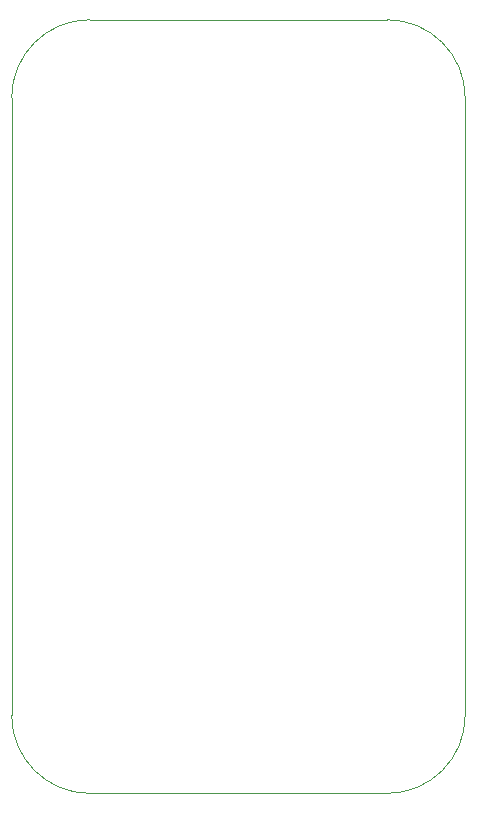
<source format=gbr>
%TF.GenerationSoftware,KiCad,Pcbnew,5.1.6*%
%TF.CreationDate,2020-09-04T21:44:15-07:00*%
%TF.ProjectId,sniffer,736e6966-6665-4722-9e6b-696361645f70,rev?*%
%TF.SameCoordinates,Original*%
%TF.FileFunction,Profile,NP*%
%FSLAX46Y46*%
G04 Gerber Fmt 4.6, Leading zero omitted, Abs format (unit mm)*
G04 Created by KiCad (PCBNEW 5.1.6) date 2020-09-04 21:44:15*
%MOMM*%
%LPD*%
G01*
G04 APERTURE LIST*
%TA.AperFunction,Profile*%
%ADD10C,0.050000*%
%TD*%
G04 APERTURE END LIST*
D10*
X107400000Y-101500000D02*
G75*
G02*
X100800000Y-94900000I0J6600000D01*
G01*
X139200000Y-94900000D02*
G75*
G02*
X132600000Y-101500000I-6600000J0D01*
G01*
X100800000Y-42600000D02*
G75*
G02*
X107400000Y-36000000I6600000J0D01*
G01*
X132600000Y-36000000D02*
G75*
G02*
X139200000Y-42600000I0J-6600000D01*
G01*
X100800000Y-94900000D02*
X100800000Y-42600000D01*
X132600000Y-101500000D02*
X107400000Y-101500000D01*
X139200000Y-42600000D02*
X139200000Y-94900000D01*
X107400000Y-36000000D02*
X132600000Y-36000000D01*
M02*

</source>
